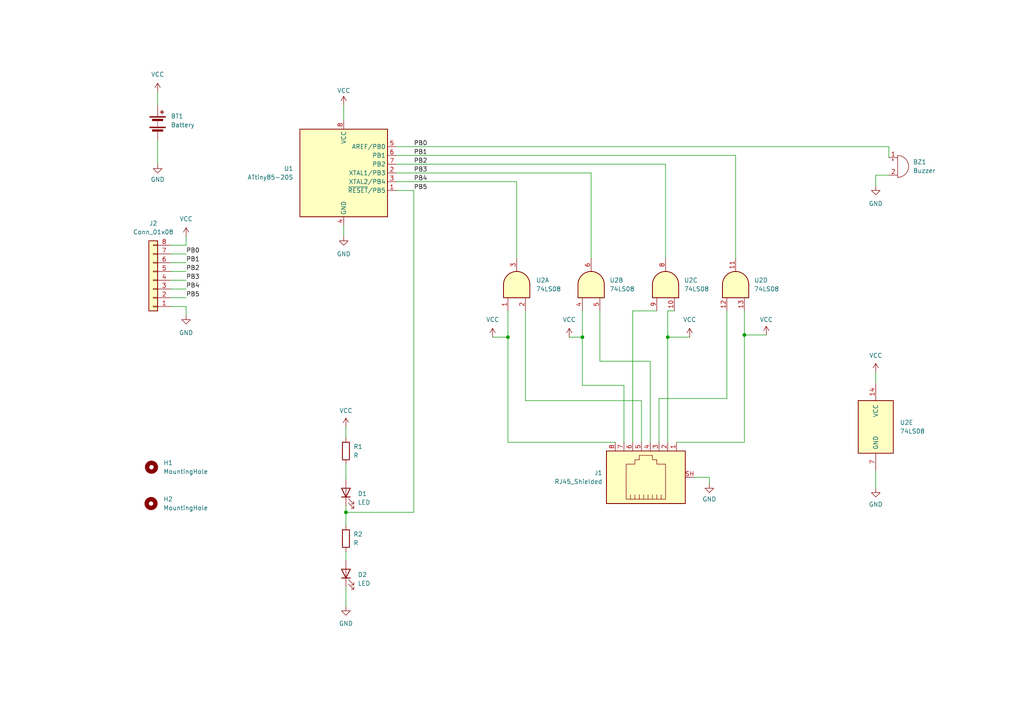
<source format=kicad_sch>
(kicad_sch (version 20230121) (generator eeschema)
  (paper "A4")
  (title_block (title "Gavbell") (date "2024-01-11"))
  (lib_symbols
    (symbol "74xx:74LS08" (pin_names (offset 1.016))
      (property "Reference" "U" (at 0 1.27 0))
      (property "Value" "74LS08" (at 0 -1.27 0))
      (symbol "74LS08_1_1"
        (arc (start 0 -3.81) (mid 3.7934 0) (end 0 3.81) (stroke (width 0.254)) (fill (type background)))
        (polyline (pts (xy 0 3.81) (xy -3.81 3.81) (xy -3.81 -3.81) (xy 0 -3.81)) (stroke (width 0.254)) (fill (type background)))
        (pin input line (at -7.62 2.54 0) (length 3.81) (name "~") (number "1"))
        (pin input line (at -7.62 -2.54 0) (length 3.81) (name "~") (number "2"))
        (pin output line (at 7.62 0 180) (length 3.81) (name "~") (number "3"))
      )
      (symbol "74LS08_1_2"
        (arc (start -3.81 -3.81) (mid -2.589 0) (end -3.81 3.81) (stroke (width 0.254)))
        (arc (start -0.6096 -3.81) (mid 2.1842 -2.5851) (end 3.81 0) (stroke (width 0.254)) (fill (type background)))
        (polyline (pts (xy -3.81 -3.81) (xy -0.635 -3.81)) (stroke (width 0.254)) (fill (type background)))
        (polyline (pts (xy -3.81 3.81) (xy -0.635 3.81)) (stroke (width 0.254)) (fill (type background)))
        (polyline (pts (xy -0.635 3.81) (xy -3.81 3.81) (xy -3.81 3.81) (xy -3.556 3.4036) (xy -3.0226 2.2606) (xy -2.6924 1.0414) (xy -2.6162 -0.254) (xy -2.7686 -1.4986) (xy -3.175 -2.7178) (xy -3.81 -3.81) (xy -3.81 -3.81) (xy -0.635 -3.81)) (stroke (width -25.4)) (fill (type background)))
        (arc (start 3.81 0) (mid 2.1915 2.5936) (end -0.6096 3.81) (stroke (width 0.254)) (fill (type background)))
        (pin input inverted (at -7.62 2.54 0) (length 4.318) (name "~") (number "1"))
        (pin input inverted (at -7.62 -2.54 0) (length 4.318) (name "~") (number "2"))
        (pin output inverted (at 7.62 0 180) (length 3.81) (name "~") (number "3"))
      )
      (symbol "74LS08_2_1"
        (arc (start 0 -3.81) (mid 3.7934 0) (end 0 3.81) (stroke (width 0.254)) (fill (type background)))
        (polyline (pts (xy 0 3.81) (xy -3.81 3.81) (xy -3.81 -3.81) (xy 0 -3.81)) (stroke (width 0.254)) (fill (type background)))
        (pin input line (at -7.62 2.54 0) (length 3.81) (name "~") (number "4"))
        (pin input line (at -7.62 -2.54 0) (length 3.81) (name "~") (number "5"))
        (pin output line (at 7.62 0 180) (length 3.81) (name "~") (number "6"))
      )
      (symbol "74LS08_2_2"
        (arc (start -3.81 -3.81) (mid -2.589 0) (end -3.81 3.81) (stroke (width 0.254)))
        (arc (start -0.6096 -3.81) (mid 2.1842 -2.5851) (end 3.81 0) (stroke (width 0.254)) (fill (type background)))
        (polyline (pts (xy -3.81 -3.81) (xy -0.635 -3.81)) (stroke (width 0.254)) (fill (type background)))
        (polyline (pts (xy -3.81 3.81) (xy -0.635 3.81)) (stroke (width 0.254)) (fill (type background)))
        (polyline (pts (xy -0.635 3.81) (xy -3.81 3.81) (xy -3.81 3.81) (xy -3.556 3.4036) (xy -3.0226 2.2606) (xy -2.6924 1.0414) (xy -2.6162 -0.254) (xy -2.7686 -1.4986) (xy -3.175 -2.7178) (xy -3.81 -3.81) (xy -3.81 -3.81) (xy -0.635 -3.81)) (stroke (width -25.4)) (fill (type background)))
        (arc (start 3.81 0) (mid 2.1915 2.5936) (end -0.6096 3.81) (stroke (width 0.254)) (fill (type background)))
        (pin input inverted (at -7.62 2.54 0) (length 4.318) (name "~") (number "4"))
        (pin input inverted (at -7.62 -2.54 0) (length 4.318) (name "~") (number "5"))
        (pin output inverted (at 7.62 0 180) (length 3.81) (name "~") (number "6"))
      )
      (symbol "74LS08_3_1"
        (arc (start 0 -3.81) (mid 3.7934 0) (end 0 3.81) (stroke (width 0.254)) (fill (type background)))
        (polyline (pts (xy 0 3.81) (xy -3.81 3.81) (xy -3.81 -3.81) (xy 0 -3.81)) (stroke (width 0.254)) (fill (type background)))
        (pin input line (at -7.62 -2.54 0) (length 3.81) (name "~") (number "10"))
        (pin output line (at 7.62 0 180) (length 3.81) (name "~") (number "8"))
        (pin input line (at -7.62 2.54 0) (length 3.81) (name "~") (number "9"))
      )
      (symbol "74LS08_3_2"
        (arc (start -3.81 -3.81) (mid -2.589 0) (end -3.81 3.81) (stroke (width 0.254)))
        (arc (start -0.6096 -3.81) (mid 2.1842 -2.5851) (end 3.81 0) (stroke (width 0.254)) (fill (type background)))
        (polyline (pts (xy -3.81 -3.81) (xy -0.635 -3.81)) (stroke (width 0.254)) (fill (type background)))
        (polyline (pts (xy -3.81 3.81) (xy -0.635 3.81)) (stroke (width 0.254)) (fill (type background)))
        (polyline (pts (xy -0.635 3.81) (xy -3.81 3.81) (xy -3.81 3.81) (xy -3.556 3.4036) (xy -3.0226 2.2606) (xy -2.6924 1.0414) (xy -2.6162 -0.254) (xy -2.7686 -1.4986) (xy -3.175 -2.7178) (xy -3.81 -3.81) (xy -3.81 -3.81) (xy -0.635 -3.81)) (stroke (width -25.4)) (fill (type background)))
        (arc (start 3.81 0) (mid 2.1915 2.5936) (end -0.6096 3.81) (stroke (width 0.254)) (fill (type background)))
        (pin input inverted (at -7.62 -2.54 0) (length 4.318) (name "~") (number "10"))
        (pin output inverted (at 7.62 0 180) (length 3.81) (name "~") (number "8"))
        (pin input inverted (at -7.62 2.54 0) (length 4.318) (name "~") (number "9"))
      )
      (symbol "74LS08_4_1"
        (arc (start 0 -3.81) (mid 3.7934 0) (end 0 3.81) (stroke (width 0.254)) (fill (type background)))
        (polyline (pts (xy 0 3.81) (xy -3.81 3.81) (xy -3.81 -3.81) (xy 0 -3.81)) (stroke (width 0.254)) (fill (type background)))
        (pin output line (at 7.62 0 180) (length 3.81) (name "~") (number "11"))
        (pin input line (at -7.62 2.54 0) (length 3.81) (name "~") (number "12"))
        (pin input line (at -7.62 -2.54 0) (length 3.81) (name "~") (number "13"))
      )
      (symbol "74LS08_4_2"
        (arc (start -3.81 -3.81) (mid -2.589 0) (end -3.81 3.81) (stroke (width 0.254)))
        (arc (start -0.6096 -3.81) (mid 2.1842 -2.5851) (end 3.81 0) (stroke (width 0.254)) (fill (type background)))
        (polyline (pts (xy -3.81 -3.81) (xy -0.635 -3.81)) (stroke (width 0.254)) (fill (type background)))
        (polyline (pts (xy -3.81 3.81) (xy -0.635 3.81)) (stroke (width 0.254)) (fill (type background)))
        (polyline (pts (xy -0.635 3.81) (xy -3.81 3.81) (xy -3.81 3.81) (xy -3.556 3.4036) (xy -3.0226 2.2606) (xy -2.6924 1.0414) (xy -2.6162 -0.254) (xy -2.7686 -1.4986) (xy -3.175 -2.7178) (xy -3.81 -3.81) (xy -3.81 -3.81) (xy -0.635 -3.81)) (stroke (width -25.4)) (fill (type background)))
        (arc (start 3.81 0) (mid 2.1915 2.5936) (end -0.6096 3.81) (stroke (width 0.254)) (fill (type background)))
        (pin output inverted (at 7.62 0 180) (length 3.81) (name "~") (number "11"))
        (pin input inverted (at -7.62 2.54 0) (length 4.318) (name "~") (number "12"))
        (pin input inverted (at -7.62 -2.54 0) (length 4.318) (name "~") (number "13"))
      )
      (symbol "74LS08_5_0"
        (pin power_in line (at 0 12.7 270) (length 5.08) (name "VCC") (number "14"))
        (pin power_in line (at 0 -12.7 90) (length 5.08) (name "GND") (number "7"))
      )
      (symbol "74LS08_5_1"
        (rectangle (start -5.08 7.62) (end 5.08 -7.62) (stroke (width 0.254)) (fill (type background)))
      )
    )
    (symbol "Connector:RJ45_Shielded" (pin_names (offset 1.016))
      (property "Reference" "J" (at -5.08 13.97 0))
      (property "Value" "RJ45_Shielded" (at 2.54 13.97 0))
      (symbol "RJ45_Shielded_0_1"
        (polyline (pts (xy -5.08 4.445) (xy -6.35 4.445)))
        (polyline (pts (xy -5.08 5.715) (xy -6.35 5.715)))
        (polyline (pts (xy -6.35 -3.175) (xy -5.08 -3.175) (xy -5.08 -3.175)))
        (polyline (pts (xy -6.35 -1.905) (xy -5.08 -1.905) (xy -5.08 -1.905)))
        (polyline (pts (xy -6.35 -0.635) (xy -5.08 -0.635) (xy -5.08 -0.635)))
        (polyline (pts (xy -6.35 0.635) (xy -5.08 0.635) (xy -5.08 0.635)))
        (polyline (pts (xy -6.35 1.905) (xy -5.08 1.905) (xy -5.08 1.905)))
        (polyline (pts (xy -5.08 3.175) (xy -6.35 3.175) (xy -6.35 3.175)))
        (polyline (pts (xy -6.35 -4.445) (xy -6.35 6.985) (xy 3.81 6.985) (xy 3.81 4.445) (xy 5.08 4.445) (xy 5.08 3.175) (xy 6.35 3.175) (xy 6.35 -0.635) (xy 5.08 -0.635) (xy 5.08 -1.905) (xy 3.81 -1.905) (xy 3.81 -4.445) (xy -6.35 -4.445) (xy -6.35 -4.445)))
        (rectangle (start 7.62 12.7) (end -7.62 -10.16) (stroke (width 0.254)) (fill (type background)))
      )
      (symbol "RJ45_Shielded_1_1"
        (pin passive line (at 10.16 -7.62 180) (length 2.54) (name "~") (number "1"))
        (pin passive line (at 10.16 -5.08 180) (length 2.54) (name "~") (number "2"))
        (pin passive line (at 10.16 -2.54 180) (length 2.54) (name "~") (number "3"))
        (pin passive line (at 10.16 0 180) (length 2.54) (name "~") (number "4"))
        (pin passive line (at 10.16 2.54 180) (length 2.54) (name "~") (number "5"))
        (pin passive line (at 10.16 5.08 180) (length 2.54) (name "~") (number "6"))
        (pin passive line (at 10.16 7.62 180) (length 2.54) (name "~") (number "7"))
        (pin passive line (at 10.16 10.16 180) (length 2.54) (name "~") (number "8"))
        (pin passive line (at 0 -12.7 90) (length 2.54) (name "~") (number "SH"))
      )
    )
    (symbol "Connector_Generic:Conn_01x08" (pin_names (offset 1.016) hide)
      (property "Reference" "J" (at 0 10.16 0))
      (property "Value" "Conn_01x08" (at 0 -12.7 0))
      (symbol "Conn_01x08_1_1"
        (rectangle (start -1.27 -10.033) (end 0 -10.287) (stroke (width 0.1524)))
        (rectangle (start -1.27 -7.493) (end 0 -7.747) (stroke (width 0.1524)))
        (rectangle (start -1.27 -4.953) (end 0 -5.207) (stroke (width 0.1524)))
        (rectangle (start -1.27 -2.413) (end 0 -2.667) (stroke (width 0.1524)))
        (rectangle (start -1.27 0.127) (end 0 -0.127) (stroke (width 0.1524)))
        (rectangle (start -1.27 2.667) (end 0 2.413) (stroke (width 0.1524)))
        (rectangle (start -1.27 5.207) (end 0 4.953) (stroke (width 0.1524)))
        (rectangle (start -1.27 7.747) (end 0 7.493) (stroke (width 0.1524)))
        (rectangle (start -1.27 8.89) (end 1.27 -11.43) (stroke (width 0.254)) (fill (type background)))
        (pin passive line (at -5.08 7.62 0) (length 3.81) (name "Pin_1") (number "1"))
        (pin passive line (at -5.08 5.08 0) (length 3.81) (name "Pin_2") (number "2"))
        (pin passive line (at -5.08 2.54 0) (length 3.81) (name "Pin_3") (number "3"))
        (pin passive line (at -5.08 0 0) (length 3.81) (name "Pin_4") (number "4"))
        (pin passive line (at -5.08 -2.54 0) (length 3.81) (name "Pin_5") (number "5"))
        (pin passive line (at -5.08 -5.08 0) (length 3.81) (name "Pin_6") (number "6"))
        (pin passive line (at -5.08 -7.62 0) (length 3.81) (name "Pin_7") (number "7"))
        (pin passive line (at -5.08 -10.16 0) (length 3.81) (name "Pin_8") (number "8"))
      )
    )
    (symbol "Device:Battery" (pin_numbers hide) (pin_names (offset 0) hide)
      (property "Reference" "BT" (at 2.54 2.54 0))
      (property "Value" "Battery" (at 2.54 0 0))
      (symbol "Battery_0_1"
        (rectangle (start -2.286 -1.27) (end 2.286 -1.524) (fill (type outline)))
        (rectangle (start -2.286 1.778) (end 2.286 1.524) (fill (type outline)))
        (rectangle (start -1.524 -2.032) (end 1.524 -2.54) (fill (type outline)))
        (rectangle (start -1.524 1.016) (end 1.524 0.508) (fill (type outline)))
        (polyline (pts (xy 0 -1.016) (xy 0 -0.762)))
        (polyline (pts (xy 0 -0.508) (xy 0 -0.254)))
        (polyline (pts (xy 0 0) (xy 0 0.254)))
        (polyline (pts (xy 0 1.778) (xy 0 2.54)))
        (polyline (pts (xy 0.762 3.048) (xy 1.778 3.048)) (stroke (width 0.254)))
        (polyline (pts (xy 1.27 3.556) (xy 1.27 2.54)) (stroke (width 0.254)))
      )
      (symbol "Battery_1_1"
        (pin passive line (at 0 5.08 270) (length 2.54) (name "+") (number "1"))
        (pin passive line (at 0 -5.08 90) (length 2.54) (name "-") (number "2"))
      )
    )
    (symbol "Device:Buzzer" (pin_names (offset 0.0254) hide)
      (property "Reference" "BZ" (at 3.81 1.27 0))
      (property "Value" "Buzzer" (at 3.81 -1.27 0))
      (symbol "Buzzer_0_1"
        (arc (start 0 -3.175) (mid 3.1612 0) (end 0 3.175))
        (polyline (pts (xy -1.651 1.905) (xy -1.143 1.905)))
        (polyline (pts (xy -1.397 2.159) (xy -1.397 1.651)))
        (polyline (pts (xy 0 3.175) (xy 0 -3.175)))
      )
      (symbol "Buzzer_1_1"
        (pin passive line (at -2.54 2.54 0) (length 2.54) (name "-") (number "1"))
        (pin passive line (at -2.54 -2.54 0) (length 2.54) (name "+") (number "2"))
      )
    )
    (symbol "Device:LED" (pin_numbers hide) (pin_names (offset 1.016) hide)
      (property "Reference" "D" (at 0 2.54 0))
      (property "Value" "LED" (at 0 -2.54 0))
      (symbol "LED_0_1"
        (polyline (pts (xy -1.27 -1.27) (xy -1.27 1.27)) (stroke (width 0.254)))
        (polyline (pts (xy -1.27 0) (xy 1.27 0)))
        (polyline (pts (xy 1.27 -1.27) (xy 1.27 1.27) (xy -1.27 0) (xy 1.27 -1.27)) (stroke (width 0.254)))
        (polyline (pts (xy -3.048 -0.762) (xy -4.572 -2.286) (xy -3.81 -2.286) (xy -4.572 -2.286) (xy -4.572 -1.524)))
        (polyline (pts (xy -1.778 -0.762) (xy -3.302 -2.286) (xy -2.54 -2.286) (xy -3.302 -2.286) (xy -3.302 -1.524)))
      )
      (symbol "LED_1_1"
        (pin passive line (at -3.81 0 0) (length 2.54) (name "K") (number "1"))
        (pin passive line (at 3.81 0 180) (length 2.54) (name "A") (number "2"))
      )
    )
    (symbol "Device:R" (pin_numbers hide) (pin_names (offset 0))
      (property "Reference" "R" (at 2.032 0 90))
      (property "Value" "R" (at 0 0 90))
      (symbol "R_0_1"
        (rectangle (start -1.016 -2.54) (end 1.016 2.54) (stroke (width 0.254)))
      )
      (symbol "R_1_1"
        (pin passive line (at 0 3.81 270) (length 1.27) (name "~") (number "1"))
        (pin passive line (at 0 -3.81 90) (length 1.27) (name "~") (number "2"))
      )
    )
    (symbol "MCU_Microchip_ATtiny:ATtiny85-20S"
      (property "Reference" "U" (at -12.7 13.97 0))
      (property "Value" "ATtiny85-20S" (at 2.54 -13.97 0))
      (symbol "ATtiny85-20S_0_1"
        (rectangle (start -12.7 -12.7) (end 12.7 12.7) (stroke (width 0.254)) (fill (type background)))
      )
      (symbol "ATtiny85-20S_1_1"
        (pin bidirectional line (at 15.24 -5.08 180) (length 2.54) (name "~{RESET}/PB5") (number "1"))
        (pin bidirectional line (at 15.24 0 180) (length 2.54) (name "XTAL1/PB3") (number "2"))
        (pin bidirectional line (at 15.24 -2.54 180) (length 2.54) (name "XTAL2/PB4") (number "3"))
        (pin power_in line (at 0 -15.24 90) (length 2.54) (name "GND") (number "4"))
        (pin bidirectional line (at 15.24 7.62 180) (length 2.54) (name "AREF/PB0") (number "5"))
        (pin bidirectional line (at 15.24 5.08 180) (length 2.54) (name "PB1") (number "6"))
        (pin bidirectional line (at 15.24 2.54 180) (length 2.54) (name "PB2") (number "7"))
        (pin power_in line (at 0 15.24 270) (length 2.54) (name "VCC") (number "8"))
      )
    )
    (symbol "Mechanical:MountingHole" (pin_names (offset 1.016))
      (property "Reference" "H" (at 0 5.08 0))
      (property "Value" "MountingHole" (at 0 3.175 0))
      (symbol "MountingHole_0_1"
        (circle (center 0 0) (radius 1.27) (stroke (width 1.27)))
      )
    )
    (symbol "power:GND" (power) (pin_names (offset 0))
      (property "Value" "GND" (at 0 -3.81 0))
      (symbol "GND_0_1"
        (polyline (pts (xy 0 0) (xy 0 -1.27) (xy 1.27 -1.27) (xy 0 -2.54) (xy -1.27 -1.27) (xy 0 -1.27)))
      )
      (symbol "GND_1_1"
        (pin power_in line (at 0 0 270) (length 0) hide (name "GND") (number "1"))
      )
    )
    (symbol "power:VCC" (power) (pin_names (offset 0))
      (property "Value" "VCC" (at 0 3.81 0))
      (symbol "VCC_0_1"
        (polyline (pts (xy -0.762 1.27) (xy 0 2.54)))
        (polyline (pts (xy 0 0) (xy 0 2.54)))
        (polyline (pts (xy 0 2.54) (xy 0.762 1.27)))
      )
      (symbol "VCC_1_1"
        (pin power_in line (at 0 0 90) (length 0) hide (name "VCC") (number "1"))
      )
    )
  )
  (junction (at 100.33 148.59))
  (junction (at 193.675 97.79))
  (junction (at 168.91 97.79))
  (junction (at 215.9 97.155))
  (junction (at 147.32 97.79))
  (wire (pts (xy 180.975 128.27) (xy 180.975 111.76)))
  (wire (pts (xy 191.135 115.57) (xy 210.82 115.57)))
  (wire (pts (xy 193.04 47.625) (xy 193.04 74.93)))
  (wire (pts (xy 173.99 104.775) (xy 173.99 90.17)))
  (wire (pts (xy 193.675 97.79) (xy 200.025 97.79)))
  (wire (pts (xy 45.72 40.64) (xy 45.72 47.625)))
  (wire (pts (xy 114.935 45.085) (xy 213.36 45.085)))
  (wire (pts (xy 168.91 97.79) (xy 168.91 90.17)))
  (wire (pts (xy 188.595 104.775) (xy 173.99 104.775)))
  (wire (pts (xy 53.975 68.58) (xy 53.975 71.12)))
  (wire (pts (xy 114.935 47.625) (xy 193.04 47.625)))
  (wire (pts (xy 190.5 90.17) (xy 183.515 90.17)))
  (wire (pts (xy 49.53 71.12) (xy 53.975 71.12)))
  (wire (pts (xy 188.595 128.27) (xy 188.595 104.775)))
  (wire (pts (xy 114.935 50.165) (xy 171.45 50.165)))
  (wire (pts (xy 193.675 97.79) (xy 193.675 128.27)))
  (wire (pts (xy 99.695 65.405) (xy 99.695 68.58)))
  (wire (pts (xy 254 107.95) (xy 254 111.125)))
  (wire (pts (xy 147.32 97.79) (xy 147.32 90.17)))
  (wire (pts (xy 147.32 128.27) (xy 147.32 97.79)))
  (wire (pts (xy 49.53 73.66) (xy 53.975 73.66)))
  (wire (pts (xy 53.975 88.9) (xy 53.975 91.44)))
  (wire (pts (xy 168.91 111.76) (xy 168.91 97.79)))
  (wire (pts (xy 49.53 78.74) (xy 53.975 78.74)))
  (wire (pts (xy 215.9 97.155) (xy 215.9 90.17)))
  (wire (pts (xy 114.935 42.545) (xy 257.81 42.545)))
  (wire (pts (xy 254 136.525) (xy 254 141.605)))
  (wire (pts (xy 201.295 138.43) (xy 205.74 138.43)))
  (wire (pts (xy 49.53 81.28) (xy 53.975 81.28)))
  (wire (pts (xy 99.695 30.48) (xy 99.695 34.925)))
  (wire (pts (xy 257.81 50.8) (xy 254 50.8)))
  (wire (pts (xy 215.9 97.155) (xy 222.25 97.155)))
  (wire (pts (xy 100.33 146.685) (xy 100.33 148.59)))
  (wire (pts (xy 100.33 170.18) (xy 100.33 175.895)))
  (wire (pts (xy 114.935 52.705) (xy 149.86 52.705)))
  (wire (pts (xy 205.74 138.43) (xy 205.74 140.335)))
  (wire (pts (xy 186.055 128.27) (xy 186.055 116.205)))
  (wire (pts (xy 183.515 90.17) (xy 183.515 128.27)))
  (wire (pts (xy 149.86 52.705) (xy 149.86 74.93)))
  (wire (pts (xy 186.055 116.205) (xy 152.4 116.205)))
  (wire (pts (xy 142.875 97.79) (xy 147.32 97.79)))
  (wire (pts (xy 45.72 26.67) (xy 45.72 30.48)))
  (wire (pts (xy 171.45 50.165) (xy 171.45 74.93)))
  (wire (pts (xy 49.53 83.82) (xy 53.975 83.82)))
  (wire (pts (xy 191.135 128.27) (xy 191.135 115.57)))
  (wire (pts (xy 49.53 88.9) (xy 53.975 88.9)))
  (wire (pts (xy 114.935 55.245) (xy 120.015 55.245)))
  (wire (pts (xy 213.36 45.085) (xy 213.36 74.93)))
  (wire (pts (xy 193.675 90.17) (xy 193.675 97.79)))
  (wire (pts (xy 193.675 90.17) (xy 195.58 90.17)))
  (wire (pts (xy 100.33 148.59) (xy 100.33 152.4)))
  (wire (pts (xy 49.53 86.36) (xy 53.975 86.36)))
  (wire (pts (xy 257.81 42.545) (xy 257.81 45.72)))
  (wire (pts (xy 100.33 123.825) (xy 100.33 127)))
  (wire (pts (xy 196.215 128.27) (xy 215.9 128.27)))
  (wire (pts (xy 165.1 97.79) (xy 168.91 97.79)))
  (wire (pts (xy 100.33 160.02) (xy 100.33 162.56)))
  (wire (pts (xy 215.9 128.27) (xy 215.9 97.155)))
  (wire (pts (xy 178.435 128.27) (xy 147.32 128.27)))
  (wire (pts (xy 120.015 55.245) (xy 120.015 148.59)))
  (wire (pts (xy 254 50.8) (xy 254 53.975)))
  (wire (pts (xy 180.975 111.76) (xy 168.91 111.76)))
  (wire (pts (xy 120.015 148.59) (xy 100.33 148.59)))
  (wire (pts (xy 49.53 76.2) (xy 53.975 76.2)))
  (wire (pts (xy 100.33 134.62) (xy 100.33 139.065)))
  (wire (pts (xy 210.82 115.57) (xy 210.82 90.17)))
  (wire (pts (xy 152.4 116.205) (xy 152.4 90.17)))
  (label "PB2" (at 120.015 47.625 0))
  (label "PB3" (at 53.975 81.28 0))
  (label "PB2" (at 53.975 78.74 0))
  (label "PB4" (at 53.975 83.82 0))
  (label "PB1" (at 53.975 76.2 0))
  (label "PB5" (at 120.015 55.245 0))
  (label "PB1" (at 120.015 45.085 0))
  (label "PB5" (at 53.975 86.36 0))
  (label "PB0" (at 53.975 73.66 0))
  (label "PB3" (at 120.015 50.165 0))
  (label "PB0" (at 120.015 42.545 0))
  (label "PB4" (at 120.015 52.705 0))
  (symbol (lib_id "Device:Buzzer") (at 260.35 48.26 0) (unit 1)
    (property "Reference" "BZ1" (at 264.795 46.99 0) (effects (justify left)))
    (property "Value" "Buzzer" (at 264.795 49.53 0) (effects (justify left)))
    (property "Footprint" "Buzzer_Beeper:Buzzer_15x7.5RM7.6" (effects hide))
  )
  (symbol (lib_id "power:VCC") (at 99.695 30.48 0) (unit 1)
    (property "Reference" "#PWR05" (effects hide))
    (property "Value" "VCC" (at 99.695 26.289 0))
  )
  (symbol (lib_id "Mechanical:MountingHole") (at 43.942 135.509 0) (unit 1)
    (property "Reference" "H1" (at 47.371 134.239 0) (effects (justify left)))
    (property "Value" "MountingHole" (at 47.371 136.779 0) (effects (justify left)))
    (property "Footprint" "MountingHole:MountingHole_3.2mm_M3" (effects hide))
  )
  (symbol (lib_id "power:VCC") (at 100.33 123.825 0) (unit 1)
    (property "Reference" "#PWR06" (effects hide))
    (property "Value" "VCC" (at 100.33 119.126 0))
  )
  (symbol (lib_id "74xx:74LS08") (at 193.04 82.55 90) (unit 3)
    (property "Reference" "U2" (at 198.374 81.2883 90) (effects (justify right)))
    (property "Value" "74LS08" (at 198.374 83.8283 90) (effects (justify right)))
    (property "Footprint" "Package_SO:TSSOP-14_4.4x5mm_P0.65mm" (effects hide))
    (property "Datasheet" "http://www.ti.com/lit/gpn/sn74LS08" (effects hide))
  )
  (symbol (lib_id "power:VCC") (at 165.1 97.79 0) (unit 1)
    (property "Reference" "#PWR012" (effects hide))
    (property "Value" "VCC" (at 165.1 92.71 0))
  )
  (symbol (lib_id "Device:LED") (at 100.33 166.37 90) (unit 1)
    (property "Reference" "D2" (at 103.759 166.6875 90) (effects (justify right)))
    (property "Value" "LED" (at 103.759 169.2275 90) (effects (justify right)))
    (property "Footprint" "LED_SMD:LED_1812_4532Metric" (effects hide))
  )
  (symbol (lib_id "power:VCC") (at 142.875 97.79 0) (unit 1)
    (property "Reference" "#PWR011" (effects hide))
    (property "Value" "VCC" (at 142.875 92.71 0))
  )
  (symbol (lib_id "Device:LED") (at 100.33 142.875 90) (unit 1)
    (property "Reference" "D1" (at 103.759 143.1925 90) (effects (justify right)))
    (property "Value" "LED" (at 103.759 145.7325 90) (effects (justify right)))
    (property "Footprint" "LED_SMD:LED_1812_4532Metric" (effects hide))
  )
  (symbol (lib_id "power:GND") (at 205.74 140.335 0) (unit 1)
    (property "Reference" "#PWR03" (effects hide))
    (property "Value" "GND" (at 205.74 144.78 0))
  )
  (symbol (lib_id "MCU_Microchip_ATtiny:ATtiny85-20S") (at 99.695 50.165 0) (unit 1)
    (property "Reference" "U1" (at 85.09 48.895 0) (effects (justify right)))
    (property "Value" "ATtiny85-20S" (at 85.09 51.435 0) (effects (justify right)))
    (property "Footprint" "Package_SO:SOIC-8W_5.3x5.3mm_P1.27mm" (effects hide))
    (property "Datasheet" "http://ww1.microchip.com/downloads/en/DeviceDoc/atmel-2586-avr-8-bit-microcontroller-attiny25-attiny45-attiny85_datasheet.pdf" (effects hide))
  )
  (symbol (lib_id "74xx:74LS08") (at 149.86 82.55 90) (unit 1)
    (property "Reference" "U2" (at 155.448 81.2883 90) (effects (justify right)))
    (property "Value" "74LS08" (at 155.448 83.8283 90) (effects (justify right)))
    (property "Footprint" "Package_SO:TSSOP-14_4.4x5mm_P0.65mm" (effects hide))
    (property "Datasheet" "http://www.ti.com/lit/gpn/sn74LS08" (effects hide))
  )
  (symbol (lib_id "power:GND") (at 99.695 68.58 0) (unit 1)
    (property "Reference" "#PWR02" (effects hide))
    (property "Value" "GND" (at 99.695 73.66 0))
  )
  (symbol (lib_id "Device:R") (at 100.33 156.21 0) (unit 1)
    (property "Reference" "R2" (at 102.489 154.94 0) (effects (justify left)))
    (property "Value" "R" (at 102.489 157.48 0) (effects (justify left)))
    (property "Footprint" "Resistor_SMD:R_1812_4532Metric" (effects hide))
  )
  (symbol (lib_id "Connector_Generic:Conn_01x08") (at 44.45 81.28 180) (unit 1)
    (property "Reference" "J2" (at 44.45 64.77 0))
    (property "Value" "Conn_01x08" (at 44.45 67.31 0))
    (property "Footprint" "Connector_PinHeader_2.54mm:PinHeader_1x08_P2.54mm_Vertical" (effects hide))
  )
  (symbol (lib_id "power:VCC") (at 53.975 68.58 0) (unit 1)
    (property "Reference" "#PWR010" (effects hide))
    (property "Value" "VCC" (at 53.975 63.5 0))
  )
  (symbol (lib_id "power:GND") (at 254 141.605 0) (unit 1)
    (property "Reference" "#PWR04" (effects hide))
    (property "Value" "GND" (at 254 146.304 0))
  )
  (symbol (lib_id "74xx:74LS08") (at 213.36 82.55 90) (unit 4)
    (property "Reference" "U2" (at 218.694 81.2883 90) (effects (justify right)))
    (property "Value" "74LS08" (at 218.694 83.8283 90) (effects (justify right)))
    (property "Footprint" "Package_SO:TSSOP-14_4.4x5mm_P0.65mm" (effects hide))
    (property "Datasheet" "http://www.ti.com/lit/gpn/sn74LS08" (effects hide))
  )
  (symbol (lib_id "power:VCC") (at 222.25 97.155 0) (unit 1)
    (property "Reference" "#PWR014" (effects hide))
    (property "Value" "VCC" (at 222.25 92.71 0))
  )
  (symbol (lib_id "power:GND") (at 100.33 175.895 0) (unit 1)
    (property "Reference" "#PWR01" (effects hide))
    (property "Value" "GND" (at 100.33 180.848 0))
  )
  (symbol (lib_id "Connector:RJ45_Shielded") (at 188.595 138.43 90) (unit 1)
    (property "Reference" "J1" (at 174.752 137.16 90) (effects (justify left)))
    (property "Value" "RJ45_Shielded" (at 174.752 139.7 90) (effects (justify left)))
    (property "Footprint" "Connector_RJ:RJ45_Amphenol_RJHSE5380" (effects hide))
  )
  (symbol (lib_id "74xx:74LS08") (at 254 123.825 0) (unit 5)
    (property "Reference" "U2" (at 260.985 122.555 0) (effects (justify left)))
    (property "Value" "74LS08" (at 260.985 125.095 0) (effects (justify left)))
    (property "Footprint" "Package_SO:TSSOP-14_4.4x5mm_P0.65mm" (effects hide))
    (property "Datasheet" "http://www.ti.com/lit/gpn/sn74LS08" (effects hide))
  )
  (symbol (lib_id "power:GND") (at 53.975 91.44 0) (unit 1)
    (property "Reference" "#PWR09" (effects hide))
    (property "Value" "GND" (at 53.975 96.52 0))
  )
  (symbol (lib_id "power:VCC") (at 254 107.95 0) (unit 1)
    (property "Reference" "#PWR07" (effects hide))
    (property "Value" "VCC" (at 254 103.124 0))
  )
  (symbol (lib_id "Device:R") (at 100.33 130.81 0) (unit 1)
    (property "Reference" "R1" (at 102.489 129.54 0) (effects (justify left)))
    (property "Value" "R" (at 102.489 132.08 0) (effects (justify left)))
    (property "Footprint" "Resistor_SMD:R_1812_4532Metric" (effects hide))
  )
  (symbol (lib_id "74xx:74LS08") (at 171.45 82.55 90) (unit 2)
    (property "Reference" "U2" (at 176.784 81.2883 90) (effects (justify right)))
    (property "Value" "74LS08" (at 176.784 83.8283 90) (effects (justify right)))
    (property "Footprint" "Package_SO:TSSOP-14_4.4x5mm_P0.65mm" (effects hide))
    (property "Datasheet" "http://www.ti.com/lit/gpn/sn74LS08" (effects hide))
  )
  (symbol (lib_id "power:VCC") (at 200.025 97.79 0) (unit 1)
    (property "Reference" "#PWR013" (effects hide))
    (property "Value" "VCC" (at 200.025 92.71 0))
  )
  (symbol (lib_id "power:VCC") (at 45.72 26.67 0) (unit 1)
    (property "Reference" "#PWR015" (effects hide))
    (property "Value" "VCC" (at 45.72 21.59 0))
  )
  (symbol (lib_id "power:GND") (at 45.72 47.625 0) (unit 1)
    (property "Reference" "#PWR016" (effects hide))
    (property "Value" "GND" (at 45.72 52.07 0))
  )
  (symbol (lib_id "power:GND") (at 254 53.975 0) (unit 1)
    (property "Reference" "#PWR08" (effects hide))
    (property "Value" "GND" (at 254 59.055 0))
  )
  (symbol (lib_id "Mechanical:MountingHole") (at 43.815 146.05 0) (unit 1)
    (property "Reference" "H2" (at 47.371 144.78 0) (effects (justify left)))
    (property "Value" "MountingHole" (at 47.371 147.32 0) (effects (justify left)))
    (property "Footprint" "MountingHole:MountingHole_3.2mm_M3" (effects hide))
  )
  (symbol (lib_id "Device:Battery") (at 45.72 35.56 0) (unit 1)
    (property "Reference" "BT1" (at 49.53 33.7185 0) (effects (justify left)))
    (property "Value" "Battery" (at 49.53 36.2585 0) (effects (justify left)))
    (property "Footprint" "Battery:BatteryHolder_Keystone_2462_2xAA" (effects hide))
  )
)
</source>
